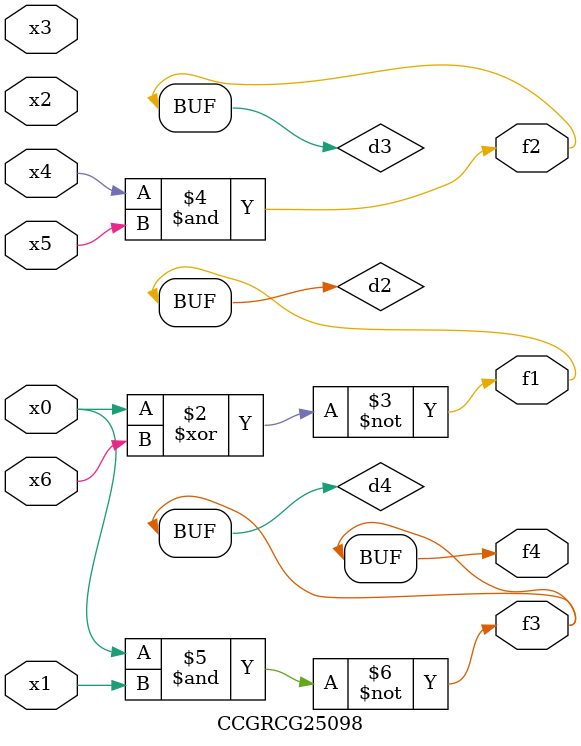
<source format=v>
module CCGRCG25098(
	input x0, x1, x2, x3, x4, x5, x6,
	output f1, f2, f3, f4
);

	wire d1, d2, d3, d4;

	nor (d1, x0);
	xnor (d2, x0, x6);
	and (d3, x4, x5);
	nand (d4, x0, x1);
	assign f1 = d2;
	assign f2 = d3;
	assign f3 = d4;
	assign f4 = d4;
endmodule

</source>
